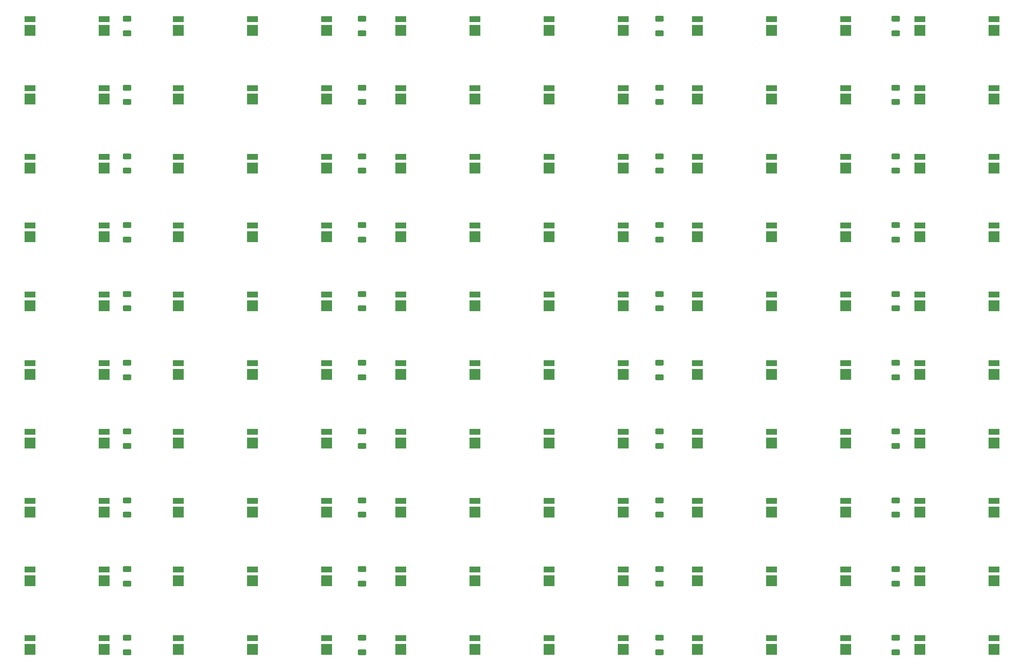
<source format=gbr>
%TF.GenerationSoftware,KiCad,Pcbnew,(6.0.7)*%
%TF.CreationDate,2023-02-06T14:52:35+00:00*%
%TF.ProjectId,Dayspring_Mini_P,44617973-7072-4696-9e67-5f4d696e695f,rev?*%
%TF.SameCoordinates,Original*%
%TF.FileFunction,Paste,Top*%
%TF.FilePolarity,Positive*%
%FSLAX46Y46*%
G04 Gerber Fmt 4.6, Leading zero omitted, Abs format (unit mm)*
G04 Created by KiCad (PCBNEW (6.0.7)) date 2023-02-06 14:52:35*
%MOMM*%
%LPD*%
G01*
G04 APERTURE LIST*
G04 Aperture macros list*
%AMRoundRect*
0 Rectangle with rounded corners*
0 $1 Rounding radius*
0 $2 $3 $4 $5 $6 $7 $8 $9 X,Y pos of 4 corners*
0 Add a 4 corners polygon primitive as box body*
4,1,4,$2,$3,$4,$5,$6,$7,$8,$9,$2,$3,0*
0 Add four circle primitives for the rounded corners*
1,1,$1+$1,$2,$3*
1,1,$1+$1,$4,$5*
1,1,$1+$1,$6,$7*
1,1,$1+$1,$8,$9*
0 Add four rect primitives between the rounded corners*
20,1,$1+$1,$2,$3,$4,$5,0*
20,1,$1+$1,$4,$5,$6,$7,0*
20,1,$1+$1,$6,$7,$8,$9,0*
20,1,$1+$1,$8,$9,$2,$3,0*%
G04 Aperture macros list end*
%ADD10R,2.200000X2.200000*%
%ADD11R,2.200000X1.250000*%
%ADD12RoundRect,0.250000X0.625000X-0.312500X0.625000X0.312500X-0.625000X0.312500X-0.625000X-0.312500X0*%
G04 APERTURE END LIST*
D10*
%TO.C,D10*%
X187846153Y-144400000D03*
D11*
X187846153Y-142125000D03*
%TD*%
D12*
%TO.C,R4*%
X198000000Y-88962500D03*
X198000000Y-86037500D03*
%TD*%
D10*
%TO.C,D11*%
X97384615Y-46400000D03*
D11*
X97384615Y-44125000D03*
%TD*%
D10*
%TO.C,D2*%
X127538461Y-46400000D03*
D11*
X127538461Y-44125000D03*
%TD*%
D10*
%TO.C,D5*%
X52153846Y-116400000D03*
D11*
X52153846Y-114125000D03*
%TD*%
D10*
%TO.C,D7*%
X67230769Y-102400000D03*
D11*
X67230769Y-100125000D03*
%TD*%
D10*
%TO.C,D10*%
X187846153Y-116400000D03*
D11*
X187846153Y-114125000D03*
%TD*%
D10*
%TO.C,D14*%
X218000000Y-144400000D03*
D11*
X218000000Y-142125000D03*
%TD*%
D10*
%TO.C,D4*%
X142615384Y-116400000D03*
D11*
X142615384Y-114125000D03*
%TD*%
D10*
%TO.C,D2*%
X127538461Y-116400000D03*
D11*
X127538461Y-114125000D03*
%TD*%
D10*
%TO.C,D12*%
X202923076Y-88400000D03*
D11*
X202923076Y-86125000D03*
%TD*%
D10*
%TO.C,D11*%
X97384615Y-130400000D03*
D11*
X97384615Y-128125000D03*
%TD*%
D12*
%TO.C,R4*%
X198000000Y-102962500D03*
X198000000Y-100037500D03*
%TD*%
D10*
%TO.C,D12*%
X202923076Y-144400000D03*
D11*
X202923076Y-142125000D03*
%TD*%
D10*
%TO.C,D5*%
X52153846Y-144400000D03*
D11*
X52153846Y-142125000D03*
%TD*%
D10*
%TO.C,D12*%
X202923076Y-158400000D03*
D11*
X202923076Y-156125000D03*
%TD*%
D10*
%TO.C,D5*%
X52153846Y-32400000D03*
D11*
X52153846Y-30125000D03*
%TD*%
D10*
%TO.C,D3*%
X37076923Y-74400000D03*
D11*
X37076923Y-72125000D03*
%TD*%
D10*
%TO.C,D7*%
X67230769Y-46400000D03*
D11*
X67230769Y-44125000D03*
%TD*%
D12*
%TO.C,R3*%
X89500000Y-116962500D03*
X89500000Y-114037500D03*
%TD*%
%TO.C,R4*%
X198000000Y-74962500D03*
X198000000Y-72037500D03*
%TD*%
D10*
%TO.C,D5*%
X52153846Y-60400000D03*
D11*
X52153846Y-58125000D03*
%TD*%
D10*
%TO.C,D9*%
X82307692Y-130400000D03*
D11*
X82307692Y-128125000D03*
%TD*%
D10*
%TO.C,D9*%
X82307692Y-88400000D03*
D11*
X82307692Y-86125000D03*
%TD*%
D10*
%TO.C,D6*%
X157692307Y-144400000D03*
D11*
X157692307Y-142125000D03*
%TD*%
D10*
%TO.C,D12*%
X202923076Y-130400000D03*
D11*
X202923076Y-128125000D03*
%TD*%
D10*
%TO.C,D1*%
X22000000Y-46400000D03*
D11*
X22000000Y-44125000D03*
%TD*%
D12*
%TO.C,R4*%
X198000000Y-116962500D03*
X198000000Y-114037500D03*
%TD*%
%TO.C,R1*%
X41750000Y-130962500D03*
X41750000Y-128037500D03*
%TD*%
D10*
%TO.C,D8*%
X172769230Y-74400000D03*
D11*
X172769230Y-72125000D03*
%TD*%
D10*
%TO.C,D1*%
X22000000Y-60400000D03*
D11*
X22000000Y-58125000D03*
%TD*%
D12*
%TO.C,R1*%
X41750000Y-46962500D03*
X41750000Y-44037500D03*
%TD*%
D10*
%TO.C,D4*%
X142615384Y-144400000D03*
D11*
X142615384Y-142125000D03*
%TD*%
D10*
%TO.C,D3*%
X37076923Y-116400000D03*
D11*
X37076923Y-114125000D03*
%TD*%
D12*
%TO.C,R2*%
X150000000Y-60962500D03*
X150000000Y-58037500D03*
%TD*%
D10*
%TO.C,D3*%
X37076923Y-46400000D03*
D11*
X37076923Y-44125000D03*
%TD*%
D12*
%TO.C,R2*%
X150000000Y-144962500D03*
X150000000Y-142037500D03*
%TD*%
D10*
%TO.C,D9*%
X82307692Y-60400000D03*
D11*
X82307692Y-58125000D03*
%TD*%
D12*
%TO.C,R3*%
X89500000Y-130962500D03*
X89500000Y-128037500D03*
%TD*%
%TO.C,R4*%
X198000000Y-32962500D03*
X198000000Y-30037500D03*
%TD*%
D10*
%TO.C,D13*%
X112461538Y-60400000D03*
D11*
X112461538Y-58125000D03*
%TD*%
D10*
%TO.C,D4*%
X142615384Y-158400000D03*
D11*
X142615384Y-156125000D03*
%TD*%
D12*
%TO.C,R3*%
X89500000Y-158962500D03*
X89500000Y-156037500D03*
%TD*%
D10*
%TO.C,D14*%
X218000000Y-74400000D03*
D11*
X218000000Y-72125000D03*
%TD*%
D10*
%TO.C,D5*%
X52153846Y-88400000D03*
D11*
X52153846Y-86125000D03*
%TD*%
D10*
%TO.C,D7*%
X67230769Y-158400000D03*
D11*
X67230769Y-156125000D03*
%TD*%
D10*
%TO.C,D9*%
X82307692Y-74400000D03*
D11*
X82307692Y-72125000D03*
%TD*%
D10*
%TO.C,D8*%
X172769230Y-158400000D03*
D11*
X172769230Y-156125000D03*
%TD*%
D10*
%TO.C,D6*%
X157692307Y-46400000D03*
D11*
X157692307Y-44125000D03*
%TD*%
D10*
%TO.C,D4*%
X142615384Y-74400000D03*
D11*
X142615384Y-72125000D03*
%TD*%
D12*
%TO.C,R1*%
X41750000Y-102962500D03*
X41750000Y-100037500D03*
%TD*%
D10*
%TO.C,D8*%
X172769230Y-46400000D03*
D11*
X172769230Y-44125000D03*
%TD*%
D10*
%TO.C,D2*%
X127538461Y-74400000D03*
D11*
X127538461Y-72125000D03*
%TD*%
D10*
%TO.C,D11*%
X97384615Y-74400000D03*
D11*
X97384615Y-72125000D03*
%TD*%
D10*
%TO.C,D10*%
X187846153Y-46400000D03*
D11*
X187846153Y-44125000D03*
%TD*%
D10*
%TO.C,D10*%
X187846153Y-102400000D03*
D11*
X187846153Y-100125000D03*
%TD*%
D10*
%TO.C,D14*%
X218000000Y-60400000D03*
D11*
X218000000Y-58125000D03*
%TD*%
D10*
%TO.C,D11*%
X97384615Y-102400000D03*
D11*
X97384615Y-100125000D03*
%TD*%
D10*
%TO.C,D13*%
X112461538Y-102400000D03*
D11*
X112461538Y-100125000D03*
%TD*%
D10*
%TO.C,D10*%
X187846153Y-60400000D03*
D11*
X187846153Y-58125000D03*
%TD*%
D10*
%TO.C,D9*%
X82307692Y-102400000D03*
D11*
X82307692Y-100125000D03*
%TD*%
D12*
%TO.C,R3*%
X89500000Y-88962500D03*
X89500000Y-86037500D03*
%TD*%
%TO.C,R2*%
X150000000Y-116962500D03*
X150000000Y-114037500D03*
%TD*%
D10*
%TO.C,D13*%
X112461538Y-74400000D03*
D11*
X112461538Y-72125000D03*
%TD*%
D10*
%TO.C,D11*%
X97384615Y-158400000D03*
D11*
X97384615Y-156125000D03*
%TD*%
D10*
%TO.C,D8*%
X172769230Y-144400000D03*
D11*
X172769230Y-142125000D03*
%TD*%
D10*
%TO.C,D6*%
X157692307Y-88400000D03*
D11*
X157692307Y-86125000D03*
%TD*%
D12*
%TO.C,R3*%
X89500000Y-144962500D03*
X89500000Y-142037500D03*
%TD*%
D10*
%TO.C,D2*%
X127538461Y-130400000D03*
D11*
X127538461Y-128125000D03*
%TD*%
D12*
%TO.C,R3*%
X89500000Y-74962500D03*
X89500000Y-72037500D03*
%TD*%
D10*
%TO.C,D6*%
X157692307Y-116400000D03*
D11*
X157692307Y-114125000D03*
%TD*%
D12*
%TO.C,R1*%
X41750000Y-116962500D03*
X41750000Y-114037500D03*
%TD*%
D10*
%TO.C,D1*%
X22000000Y-32400000D03*
D11*
X22000000Y-30125000D03*
%TD*%
D10*
%TO.C,D4*%
X142615384Y-130400000D03*
D11*
X142615384Y-128125000D03*
%TD*%
D10*
%TO.C,D14*%
X218000000Y-88400000D03*
D11*
X218000000Y-86125000D03*
%TD*%
D10*
%TO.C,D3*%
X37076923Y-102400000D03*
D11*
X37076923Y-100125000D03*
%TD*%
D10*
%TO.C,D9*%
X82307692Y-158400000D03*
D11*
X82307692Y-156125000D03*
%TD*%
D10*
%TO.C,D5*%
X52153846Y-74400000D03*
D11*
X52153846Y-72125000D03*
%TD*%
D10*
%TO.C,D7*%
X67230769Y-130400000D03*
D11*
X67230769Y-128125000D03*
%TD*%
D10*
%TO.C,D7*%
X67230769Y-144400000D03*
D11*
X67230769Y-142125000D03*
%TD*%
D12*
%TO.C,R1*%
X41750000Y-158962500D03*
X41750000Y-156037500D03*
%TD*%
%TO.C,R4*%
X198000000Y-46962500D03*
X198000000Y-44037500D03*
%TD*%
%TO.C,R1*%
X41750000Y-60962500D03*
X41750000Y-58037500D03*
%TD*%
D10*
%TO.C,D1*%
X22000000Y-130400000D03*
D11*
X22000000Y-128125000D03*
%TD*%
D10*
%TO.C,D11*%
X97384615Y-144400000D03*
D11*
X97384615Y-142125000D03*
%TD*%
D10*
%TO.C,D11*%
X97384615Y-88400000D03*
D11*
X97384615Y-86125000D03*
%TD*%
D12*
%TO.C,R2*%
X150000000Y-46962500D03*
X150000000Y-44037500D03*
%TD*%
D10*
%TO.C,D3*%
X37076923Y-144400000D03*
D11*
X37076923Y-142125000D03*
%TD*%
D12*
%TO.C,R2*%
X150000000Y-88962500D03*
X150000000Y-86037500D03*
%TD*%
%TO.C,R2*%
X150000000Y-102962500D03*
X150000000Y-100037500D03*
%TD*%
%TO.C,R2*%
X150000000Y-130962500D03*
X150000000Y-128037500D03*
%TD*%
D10*
%TO.C,D12*%
X202923076Y-46400000D03*
D11*
X202923076Y-44125000D03*
%TD*%
D12*
%TO.C,R3*%
X89500000Y-102962500D03*
X89500000Y-100037500D03*
%TD*%
D10*
%TO.C,D2*%
X127538461Y-32400000D03*
D11*
X127538461Y-30125000D03*
%TD*%
D10*
%TO.C,D12*%
X202923076Y-102400000D03*
D11*
X202923076Y-100125000D03*
%TD*%
D12*
%TO.C,R1*%
X41750000Y-74962500D03*
X41750000Y-72037500D03*
%TD*%
%TO.C,R3*%
X89500000Y-46962500D03*
X89500000Y-44037500D03*
%TD*%
D10*
%TO.C,D13*%
X112461538Y-32400000D03*
D11*
X112461538Y-30125000D03*
%TD*%
D10*
%TO.C,D8*%
X172769230Y-88400000D03*
D11*
X172769230Y-86125000D03*
%TD*%
D10*
%TO.C,D3*%
X37076923Y-60400000D03*
D11*
X37076923Y-58125000D03*
%TD*%
D10*
%TO.C,D8*%
X172769230Y-116400000D03*
D11*
X172769230Y-114125000D03*
%TD*%
D10*
%TO.C,D11*%
X97384615Y-116400000D03*
D11*
X97384615Y-114125000D03*
%TD*%
D10*
%TO.C,D7*%
X67230769Y-116400000D03*
D11*
X67230769Y-114125000D03*
%TD*%
D10*
%TO.C,D1*%
X22000000Y-74400000D03*
D11*
X22000000Y-72125000D03*
%TD*%
D10*
%TO.C,D3*%
X37076923Y-88400000D03*
D11*
X37076923Y-86125000D03*
%TD*%
D10*
%TO.C,D4*%
X142615384Y-46400000D03*
D11*
X142615384Y-44125000D03*
%TD*%
D10*
%TO.C,D10*%
X187846153Y-158400000D03*
D11*
X187846153Y-156125000D03*
%TD*%
D10*
%TO.C,D4*%
X142615384Y-88400000D03*
D11*
X142615384Y-86125000D03*
%TD*%
D10*
%TO.C,D13*%
X112461538Y-88400000D03*
D11*
X112461538Y-86125000D03*
%TD*%
D10*
%TO.C,D2*%
X127538461Y-60400000D03*
D11*
X127538461Y-58125000D03*
%TD*%
D10*
%TO.C,D11*%
X97384615Y-32400000D03*
D11*
X97384615Y-30125000D03*
%TD*%
D12*
%TO.C,R4*%
X198000000Y-158962500D03*
X198000000Y-156037500D03*
%TD*%
D10*
%TO.C,D12*%
X202923076Y-116400000D03*
D11*
X202923076Y-114125000D03*
%TD*%
D12*
%TO.C,R1*%
X41750000Y-88962500D03*
X41750000Y-86037500D03*
%TD*%
D10*
%TO.C,D7*%
X67230769Y-88400000D03*
D11*
X67230769Y-86125000D03*
%TD*%
D10*
%TO.C,D2*%
X127538461Y-88400000D03*
D11*
X127538461Y-86125000D03*
%TD*%
D12*
%TO.C,R2*%
X150000000Y-158962500D03*
X150000000Y-156037500D03*
%TD*%
D10*
%TO.C,D12*%
X202923076Y-60400000D03*
D11*
X202923076Y-58125000D03*
%TD*%
D12*
%TO.C,R2*%
X150000000Y-74962500D03*
X150000000Y-72037500D03*
%TD*%
%TO.C,R4*%
X198000000Y-130962500D03*
X198000000Y-128037500D03*
%TD*%
%TO.C,R4*%
X198000000Y-144962500D03*
X198000000Y-142037500D03*
%TD*%
D10*
%TO.C,D5*%
X52153846Y-46400000D03*
D11*
X52153846Y-44125000D03*
%TD*%
D10*
%TO.C,D14*%
X218000000Y-32400000D03*
D11*
X218000000Y-30125000D03*
%TD*%
D10*
%TO.C,D6*%
X157692307Y-32400000D03*
D11*
X157692307Y-30125000D03*
%TD*%
D10*
%TO.C,D14*%
X218000000Y-102400000D03*
D11*
X218000000Y-100125000D03*
%TD*%
D10*
%TO.C,D13*%
X112461538Y-46400000D03*
D11*
X112461538Y-44125000D03*
%TD*%
D10*
%TO.C,D13*%
X112461538Y-130400000D03*
D11*
X112461538Y-128125000D03*
%TD*%
D10*
%TO.C,D1*%
X22000000Y-102400000D03*
D11*
X22000000Y-100125000D03*
%TD*%
D10*
%TO.C,D14*%
X218000000Y-158400000D03*
D11*
X218000000Y-156125000D03*
%TD*%
D10*
%TO.C,D11*%
X97384615Y-60400000D03*
D11*
X97384615Y-58125000D03*
%TD*%
D10*
%TO.C,D9*%
X82307692Y-32400000D03*
D11*
X82307692Y-30125000D03*
%TD*%
D10*
%TO.C,D1*%
X22000000Y-144400000D03*
D11*
X22000000Y-142125000D03*
%TD*%
D10*
%TO.C,D1*%
X22000000Y-158400000D03*
D11*
X22000000Y-156125000D03*
%TD*%
D10*
%TO.C,D5*%
X52153846Y-130400000D03*
D11*
X52153846Y-128125000D03*
%TD*%
D10*
%TO.C,D8*%
X172769230Y-60400000D03*
D11*
X172769230Y-58125000D03*
%TD*%
D10*
%TO.C,D8*%
X172769230Y-130400000D03*
D11*
X172769230Y-128125000D03*
%TD*%
D10*
%TO.C,D13*%
X112461538Y-116400000D03*
D11*
X112461538Y-114125000D03*
%TD*%
D10*
%TO.C,D9*%
X82307692Y-144400000D03*
D11*
X82307692Y-142125000D03*
%TD*%
D12*
%TO.C,R1*%
X41750000Y-32962500D03*
X41750000Y-30037500D03*
%TD*%
D10*
%TO.C,D14*%
X218000000Y-130400000D03*
D11*
X218000000Y-128125000D03*
%TD*%
D10*
%TO.C,D5*%
X52153846Y-102400000D03*
D11*
X52153846Y-100125000D03*
%TD*%
D12*
%TO.C,R1*%
X41750000Y-144962500D03*
X41750000Y-142037500D03*
%TD*%
D10*
%TO.C,D3*%
X37076923Y-32400000D03*
D11*
X37076923Y-30125000D03*
%TD*%
D12*
%TO.C,R3*%
X89500000Y-60962500D03*
X89500000Y-58037500D03*
%TD*%
D10*
%TO.C,D6*%
X157692307Y-60400000D03*
D11*
X157692307Y-58125000D03*
%TD*%
D10*
%TO.C,D8*%
X172769230Y-32400000D03*
D11*
X172769230Y-30125000D03*
%TD*%
D10*
%TO.C,D13*%
X112461538Y-158400000D03*
D11*
X112461538Y-156125000D03*
%TD*%
D10*
%TO.C,D4*%
X142615384Y-102400000D03*
D11*
X142615384Y-100125000D03*
%TD*%
D10*
%TO.C,D7*%
X67230769Y-32400000D03*
D11*
X67230769Y-30125000D03*
%TD*%
D10*
%TO.C,D6*%
X157692307Y-102400000D03*
D11*
X157692307Y-100125000D03*
%TD*%
D10*
%TO.C,D4*%
X142615384Y-60400000D03*
D11*
X142615384Y-58125000D03*
%TD*%
D10*
%TO.C,D7*%
X67230769Y-74400000D03*
D11*
X67230769Y-72125000D03*
%TD*%
D10*
%TO.C,D2*%
X127538461Y-144400000D03*
D11*
X127538461Y-142125000D03*
%TD*%
D10*
%TO.C,D6*%
X157692307Y-158400000D03*
D11*
X157692307Y-156125000D03*
%TD*%
D10*
%TO.C,D1*%
X22000000Y-116400000D03*
D11*
X22000000Y-114125000D03*
%TD*%
D10*
%TO.C,D3*%
X37076923Y-158400000D03*
D11*
X37076923Y-156125000D03*
%TD*%
D10*
%TO.C,D14*%
X218000000Y-116400000D03*
D11*
X218000000Y-114125000D03*
%TD*%
D10*
%TO.C,D12*%
X202923076Y-74400000D03*
D11*
X202923076Y-72125000D03*
%TD*%
D10*
%TO.C,D5*%
X52153846Y-158400000D03*
D11*
X52153846Y-156125000D03*
%TD*%
D10*
%TO.C,D6*%
X157692307Y-130400000D03*
D11*
X157692307Y-128125000D03*
%TD*%
D10*
%TO.C,D2*%
X127538461Y-102400000D03*
D11*
X127538461Y-100125000D03*
%TD*%
D10*
%TO.C,D14*%
X218000000Y-46400000D03*
D11*
X218000000Y-44125000D03*
%TD*%
D10*
%TO.C,D3*%
X37076923Y-130400000D03*
D11*
X37076923Y-128125000D03*
%TD*%
D10*
%TO.C,D1*%
X22000000Y-88400000D03*
D11*
X22000000Y-86125000D03*
%TD*%
D10*
%TO.C,D6*%
X157692307Y-74400000D03*
D11*
X157692307Y-72125000D03*
%TD*%
D12*
%TO.C,R4*%
X198000000Y-60962500D03*
X198000000Y-58037500D03*
%TD*%
D10*
%TO.C,D4*%
X142615384Y-32400000D03*
D11*
X142615384Y-30125000D03*
%TD*%
D10*
%TO.C,D12*%
X202923076Y-32400000D03*
D11*
X202923076Y-30125000D03*
%TD*%
D10*
%TO.C,D8*%
X172769230Y-102400000D03*
D11*
X172769230Y-100125000D03*
%TD*%
D10*
%TO.C,D13*%
X112461538Y-144400000D03*
D11*
X112461538Y-142125000D03*
%TD*%
D10*
%TO.C,D10*%
X187846153Y-130400000D03*
D11*
X187846153Y-128125000D03*
%TD*%
D10*
%TO.C,D2*%
X127538461Y-158400000D03*
D11*
X127538461Y-156125000D03*
%TD*%
D12*
%TO.C,R3*%
X89500000Y-32962500D03*
X89500000Y-30037500D03*
%TD*%
D10*
%TO.C,D10*%
X187846153Y-88400000D03*
D11*
X187846153Y-86125000D03*
%TD*%
D10*
%TO.C,D9*%
X82307692Y-46400000D03*
D11*
X82307692Y-44125000D03*
%TD*%
D10*
%TO.C,D9*%
X82307692Y-116400000D03*
D11*
X82307692Y-114125000D03*
%TD*%
D10*
%TO.C,D10*%
X187846153Y-74400000D03*
D11*
X187846153Y-72125000D03*
%TD*%
D12*
%TO.C,R2*%
X150000000Y-32962500D03*
X150000000Y-30037500D03*
%TD*%
D10*
%TO.C,D7*%
X67230769Y-60400000D03*
D11*
X67230769Y-58125000D03*
%TD*%
D10*
%TO.C,D10*%
X187846153Y-32400000D03*
D11*
X187846153Y-30125000D03*
%TD*%
M02*

</source>
